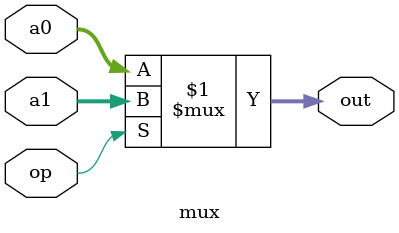
<source format=v>
module mux(
     input  [32- 1: 0]  a0
    ,input  [32- 1: 0]  a1
    ,input              op
    ,output [32- 1: 0]  out
);

assign out = op ? a1 : a0;

endmodule


</source>
